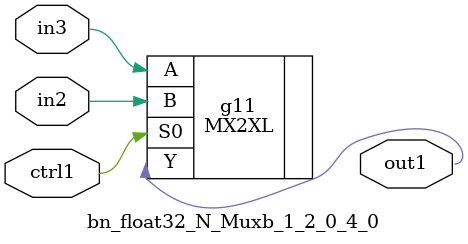
<source format=v>
`timescale 1ps / 1ps


module bn_float32_N_Muxb_1_2_0_4_0(in3, in2, ctrl1, out1);
  input in3, in2, ctrl1;
  output out1;
  wire in3, in2, ctrl1;
  wire out1;
  MX2XL g11(.A (in3), .B (in2), .S0 (ctrl1), .Y (out1));
endmodule



</source>
